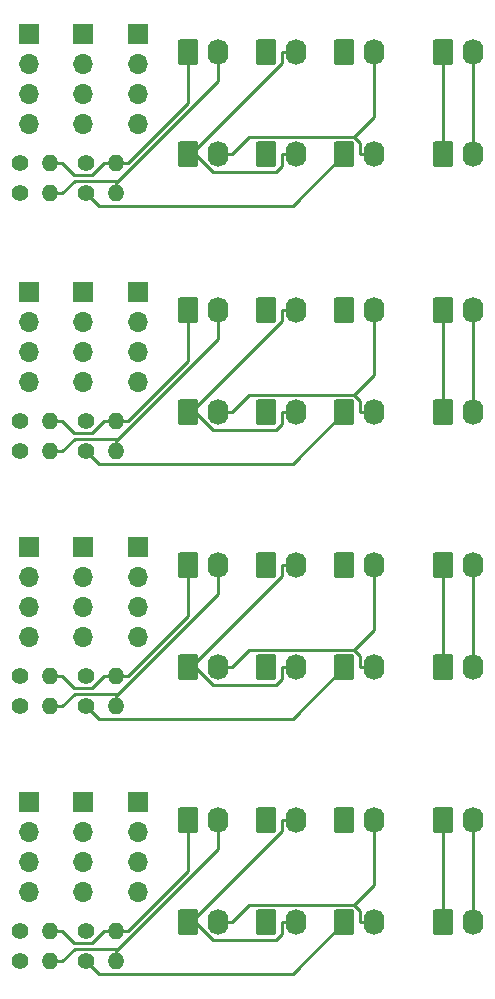
<source format=gbr>
G04 #@! TF.GenerationSoftware,KiCad,Pcbnew,(5.1.5-0-10_14)*
G04 #@! TF.CreationDate,2020-06-22T11:16:21+10:00*
G04 #@! TF.ProjectId,VerySmallMulti,56657279-536d-4616-9c6c-4d756c74692e,rev?*
G04 #@! TF.SameCoordinates,Original*
G04 #@! TF.FileFunction,Copper,L2,Bot*
G04 #@! TF.FilePolarity,Positive*
%FSLAX46Y46*%
G04 Gerber Fmt 4.6, Leading zero omitted, Abs format (unit mm)*
G04 Created by KiCad (PCBNEW (5.1.5-0-10_14)) date 2020-06-22 11:16:21*
%MOMM*%
%LPD*%
G04 APERTURE LIST*
%ADD10C,1.400000*%
%ADD11O,1.400000X1.400000*%
%ADD12O,1.740000X2.200000*%
%ADD13C,0.100000*%
%ADD14O,1.700000X1.700000*%
%ADD15R,1.700000X1.700000*%
%ADD16C,0.250000*%
G04 APERTURE END LIST*
D10*
X117094000Y-87884000D03*
D11*
X119634000Y-87884000D03*
D10*
X117094000Y-85344000D03*
D11*
X119634000Y-85344000D03*
D10*
X111506000Y-87884000D03*
D11*
X114046000Y-87884000D03*
D10*
X111506000Y-85344000D03*
D11*
X114046000Y-85344000D03*
D12*
X141478000Y-84582000D03*
G04 #@! TA.AperFunction,ComponentPad*
D13*
G36*
X139582505Y-83483204D02*
G01*
X139606773Y-83486804D01*
X139630572Y-83492765D01*
X139653671Y-83501030D01*
X139675850Y-83511520D01*
X139696893Y-83524132D01*
X139716599Y-83538747D01*
X139734777Y-83555223D01*
X139751253Y-83573401D01*
X139765868Y-83593107D01*
X139778480Y-83614150D01*
X139788970Y-83636329D01*
X139797235Y-83659428D01*
X139803196Y-83683227D01*
X139806796Y-83707495D01*
X139808000Y-83731999D01*
X139808000Y-85432001D01*
X139806796Y-85456505D01*
X139803196Y-85480773D01*
X139797235Y-85504572D01*
X139788970Y-85527671D01*
X139778480Y-85549850D01*
X139765868Y-85570893D01*
X139751253Y-85590599D01*
X139734777Y-85608777D01*
X139716599Y-85625253D01*
X139696893Y-85639868D01*
X139675850Y-85652480D01*
X139653671Y-85662970D01*
X139630572Y-85671235D01*
X139606773Y-85677196D01*
X139582505Y-85680796D01*
X139558001Y-85682000D01*
X138317999Y-85682000D01*
X138293495Y-85680796D01*
X138269227Y-85677196D01*
X138245428Y-85671235D01*
X138222329Y-85662970D01*
X138200150Y-85652480D01*
X138179107Y-85639868D01*
X138159401Y-85625253D01*
X138141223Y-85608777D01*
X138124747Y-85590599D01*
X138110132Y-85570893D01*
X138097520Y-85549850D01*
X138087030Y-85527671D01*
X138078765Y-85504572D01*
X138072804Y-85480773D01*
X138069204Y-85456505D01*
X138068000Y-85432001D01*
X138068000Y-83731999D01*
X138069204Y-83707495D01*
X138072804Y-83683227D01*
X138078765Y-83659428D01*
X138087030Y-83636329D01*
X138097520Y-83614150D01*
X138110132Y-83593107D01*
X138124747Y-83573401D01*
X138141223Y-83555223D01*
X138159401Y-83538747D01*
X138179107Y-83524132D01*
X138200150Y-83511520D01*
X138222329Y-83501030D01*
X138245428Y-83492765D01*
X138269227Y-83486804D01*
X138293495Y-83483204D01*
X138317999Y-83482000D01*
X139558001Y-83482000D01*
X139582505Y-83483204D01*
G37*
G04 #@! TD.AperFunction*
D12*
X141478000Y-75946000D03*
G04 #@! TA.AperFunction,ComponentPad*
D13*
G36*
X139582505Y-74847204D02*
G01*
X139606773Y-74850804D01*
X139630572Y-74856765D01*
X139653671Y-74865030D01*
X139675850Y-74875520D01*
X139696893Y-74888132D01*
X139716599Y-74902747D01*
X139734777Y-74919223D01*
X139751253Y-74937401D01*
X139765868Y-74957107D01*
X139778480Y-74978150D01*
X139788970Y-75000329D01*
X139797235Y-75023428D01*
X139803196Y-75047227D01*
X139806796Y-75071495D01*
X139808000Y-75095999D01*
X139808000Y-76796001D01*
X139806796Y-76820505D01*
X139803196Y-76844773D01*
X139797235Y-76868572D01*
X139788970Y-76891671D01*
X139778480Y-76913850D01*
X139765868Y-76934893D01*
X139751253Y-76954599D01*
X139734777Y-76972777D01*
X139716599Y-76989253D01*
X139696893Y-77003868D01*
X139675850Y-77016480D01*
X139653671Y-77026970D01*
X139630572Y-77035235D01*
X139606773Y-77041196D01*
X139582505Y-77044796D01*
X139558001Y-77046000D01*
X138317999Y-77046000D01*
X138293495Y-77044796D01*
X138269227Y-77041196D01*
X138245428Y-77035235D01*
X138222329Y-77026970D01*
X138200150Y-77016480D01*
X138179107Y-77003868D01*
X138159401Y-76989253D01*
X138141223Y-76972777D01*
X138124747Y-76954599D01*
X138110132Y-76934893D01*
X138097520Y-76913850D01*
X138087030Y-76891671D01*
X138078765Y-76868572D01*
X138072804Y-76844773D01*
X138069204Y-76820505D01*
X138068000Y-76796001D01*
X138068000Y-75095999D01*
X138069204Y-75071495D01*
X138072804Y-75047227D01*
X138078765Y-75023428D01*
X138087030Y-75000329D01*
X138097520Y-74978150D01*
X138110132Y-74957107D01*
X138124747Y-74937401D01*
X138141223Y-74919223D01*
X138159401Y-74902747D01*
X138179107Y-74888132D01*
X138200150Y-74875520D01*
X138222329Y-74865030D01*
X138245428Y-74856765D01*
X138269227Y-74850804D01*
X138293495Y-74847204D01*
X138317999Y-74846000D01*
X139558001Y-74846000D01*
X139582505Y-74847204D01*
G37*
G04 #@! TD.AperFunction*
D12*
X134874000Y-84582000D03*
G04 #@! TA.AperFunction,ComponentPad*
D13*
G36*
X132978505Y-83483204D02*
G01*
X133002773Y-83486804D01*
X133026572Y-83492765D01*
X133049671Y-83501030D01*
X133071850Y-83511520D01*
X133092893Y-83524132D01*
X133112599Y-83538747D01*
X133130777Y-83555223D01*
X133147253Y-83573401D01*
X133161868Y-83593107D01*
X133174480Y-83614150D01*
X133184970Y-83636329D01*
X133193235Y-83659428D01*
X133199196Y-83683227D01*
X133202796Y-83707495D01*
X133204000Y-83731999D01*
X133204000Y-85432001D01*
X133202796Y-85456505D01*
X133199196Y-85480773D01*
X133193235Y-85504572D01*
X133184970Y-85527671D01*
X133174480Y-85549850D01*
X133161868Y-85570893D01*
X133147253Y-85590599D01*
X133130777Y-85608777D01*
X133112599Y-85625253D01*
X133092893Y-85639868D01*
X133071850Y-85652480D01*
X133049671Y-85662970D01*
X133026572Y-85671235D01*
X133002773Y-85677196D01*
X132978505Y-85680796D01*
X132954001Y-85682000D01*
X131713999Y-85682000D01*
X131689495Y-85680796D01*
X131665227Y-85677196D01*
X131641428Y-85671235D01*
X131618329Y-85662970D01*
X131596150Y-85652480D01*
X131575107Y-85639868D01*
X131555401Y-85625253D01*
X131537223Y-85608777D01*
X131520747Y-85590599D01*
X131506132Y-85570893D01*
X131493520Y-85549850D01*
X131483030Y-85527671D01*
X131474765Y-85504572D01*
X131468804Y-85480773D01*
X131465204Y-85456505D01*
X131464000Y-85432001D01*
X131464000Y-83731999D01*
X131465204Y-83707495D01*
X131468804Y-83683227D01*
X131474765Y-83659428D01*
X131483030Y-83636329D01*
X131493520Y-83614150D01*
X131506132Y-83593107D01*
X131520747Y-83573401D01*
X131537223Y-83555223D01*
X131555401Y-83538747D01*
X131575107Y-83524132D01*
X131596150Y-83511520D01*
X131618329Y-83501030D01*
X131641428Y-83492765D01*
X131665227Y-83486804D01*
X131689495Y-83483204D01*
X131713999Y-83482000D01*
X132954001Y-83482000D01*
X132978505Y-83483204D01*
G37*
G04 #@! TD.AperFunction*
D12*
X134874000Y-75946000D03*
G04 #@! TA.AperFunction,ComponentPad*
D13*
G36*
X132978505Y-74847204D02*
G01*
X133002773Y-74850804D01*
X133026572Y-74856765D01*
X133049671Y-74865030D01*
X133071850Y-74875520D01*
X133092893Y-74888132D01*
X133112599Y-74902747D01*
X133130777Y-74919223D01*
X133147253Y-74937401D01*
X133161868Y-74957107D01*
X133174480Y-74978150D01*
X133184970Y-75000329D01*
X133193235Y-75023428D01*
X133199196Y-75047227D01*
X133202796Y-75071495D01*
X133204000Y-75095999D01*
X133204000Y-76796001D01*
X133202796Y-76820505D01*
X133199196Y-76844773D01*
X133193235Y-76868572D01*
X133184970Y-76891671D01*
X133174480Y-76913850D01*
X133161868Y-76934893D01*
X133147253Y-76954599D01*
X133130777Y-76972777D01*
X133112599Y-76989253D01*
X133092893Y-77003868D01*
X133071850Y-77016480D01*
X133049671Y-77026970D01*
X133026572Y-77035235D01*
X133002773Y-77041196D01*
X132978505Y-77044796D01*
X132954001Y-77046000D01*
X131713999Y-77046000D01*
X131689495Y-77044796D01*
X131665227Y-77041196D01*
X131641428Y-77035235D01*
X131618329Y-77026970D01*
X131596150Y-77016480D01*
X131575107Y-77003868D01*
X131555401Y-76989253D01*
X131537223Y-76972777D01*
X131520747Y-76954599D01*
X131506132Y-76934893D01*
X131493520Y-76913850D01*
X131483030Y-76891671D01*
X131474765Y-76868572D01*
X131468804Y-76844773D01*
X131465204Y-76820505D01*
X131464000Y-76796001D01*
X131464000Y-75095999D01*
X131465204Y-75071495D01*
X131468804Y-75047227D01*
X131474765Y-75023428D01*
X131483030Y-75000329D01*
X131493520Y-74978150D01*
X131506132Y-74957107D01*
X131520747Y-74937401D01*
X131537223Y-74919223D01*
X131555401Y-74902747D01*
X131575107Y-74888132D01*
X131596150Y-74875520D01*
X131618329Y-74865030D01*
X131641428Y-74856765D01*
X131665227Y-74850804D01*
X131689495Y-74847204D01*
X131713999Y-74846000D01*
X132954001Y-74846000D01*
X132978505Y-74847204D01*
G37*
G04 #@! TD.AperFunction*
D14*
X121456000Y-82026000D03*
X121456000Y-79486000D03*
X121456000Y-76946000D03*
D15*
X121456000Y-74406000D03*
D14*
X116856000Y-82026000D03*
X116856000Y-79486000D03*
X116856000Y-76946000D03*
D15*
X116856000Y-74406000D03*
D14*
X112256000Y-82026000D03*
X112256000Y-79486000D03*
X112256000Y-76946000D03*
D15*
X112256000Y-74406000D03*
D12*
X128270000Y-84582000D03*
G04 #@! TA.AperFunction,ComponentPad*
D13*
G36*
X126374505Y-83483204D02*
G01*
X126398773Y-83486804D01*
X126422572Y-83492765D01*
X126445671Y-83501030D01*
X126467850Y-83511520D01*
X126488893Y-83524132D01*
X126508599Y-83538747D01*
X126526777Y-83555223D01*
X126543253Y-83573401D01*
X126557868Y-83593107D01*
X126570480Y-83614150D01*
X126580970Y-83636329D01*
X126589235Y-83659428D01*
X126595196Y-83683227D01*
X126598796Y-83707495D01*
X126600000Y-83731999D01*
X126600000Y-85432001D01*
X126598796Y-85456505D01*
X126595196Y-85480773D01*
X126589235Y-85504572D01*
X126580970Y-85527671D01*
X126570480Y-85549850D01*
X126557868Y-85570893D01*
X126543253Y-85590599D01*
X126526777Y-85608777D01*
X126508599Y-85625253D01*
X126488893Y-85639868D01*
X126467850Y-85652480D01*
X126445671Y-85662970D01*
X126422572Y-85671235D01*
X126398773Y-85677196D01*
X126374505Y-85680796D01*
X126350001Y-85682000D01*
X125109999Y-85682000D01*
X125085495Y-85680796D01*
X125061227Y-85677196D01*
X125037428Y-85671235D01*
X125014329Y-85662970D01*
X124992150Y-85652480D01*
X124971107Y-85639868D01*
X124951401Y-85625253D01*
X124933223Y-85608777D01*
X124916747Y-85590599D01*
X124902132Y-85570893D01*
X124889520Y-85549850D01*
X124879030Y-85527671D01*
X124870765Y-85504572D01*
X124864804Y-85480773D01*
X124861204Y-85456505D01*
X124860000Y-85432001D01*
X124860000Y-83731999D01*
X124861204Y-83707495D01*
X124864804Y-83683227D01*
X124870765Y-83659428D01*
X124879030Y-83636329D01*
X124889520Y-83614150D01*
X124902132Y-83593107D01*
X124916747Y-83573401D01*
X124933223Y-83555223D01*
X124951401Y-83538747D01*
X124971107Y-83524132D01*
X124992150Y-83511520D01*
X125014329Y-83501030D01*
X125037428Y-83492765D01*
X125061227Y-83486804D01*
X125085495Y-83483204D01*
X125109999Y-83482000D01*
X126350001Y-83482000D01*
X126374505Y-83483204D01*
G37*
G04 #@! TD.AperFunction*
D12*
X149860000Y-75946000D03*
G04 #@! TA.AperFunction,ComponentPad*
D13*
G36*
X147964505Y-74847204D02*
G01*
X147988773Y-74850804D01*
X148012572Y-74856765D01*
X148035671Y-74865030D01*
X148057850Y-74875520D01*
X148078893Y-74888132D01*
X148098599Y-74902747D01*
X148116777Y-74919223D01*
X148133253Y-74937401D01*
X148147868Y-74957107D01*
X148160480Y-74978150D01*
X148170970Y-75000329D01*
X148179235Y-75023428D01*
X148185196Y-75047227D01*
X148188796Y-75071495D01*
X148190000Y-75095999D01*
X148190000Y-76796001D01*
X148188796Y-76820505D01*
X148185196Y-76844773D01*
X148179235Y-76868572D01*
X148170970Y-76891671D01*
X148160480Y-76913850D01*
X148147868Y-76934893D01*
X148133253Y-76954599D01*
X148116777Y-76972777D01*
X148098599Y-76989253D01*
X148078893Y-77003868D01*
X148057850Y-77016480D01*
X148035671Y-77026970D01*
X148012572Y-77035235D01*
X147988773Y-77041196D01*
X147964505Y-77044796D01*
X147940001Y-77046000D01*
X146699999Y-77046000D01*
X146675495Y-77044796D01*
X146651227Y-77041196D01*
X146627428Y-77035235D01*
X146604329Y-77026970D01*
X146582150Y-77016480D01*
X146561107Y-77003868D01*
X146541401Y-76989253D01*
X146523223Y-76972777D01*
X146506747Y-76954599D01*
X146492132Y-76934893D01*
X146479520Y-76913850D01*
X146469030Y-76891671D01*
X146460765Y-76868572D01*
X146454804Y-76844773D01*
X146451204Y-76820505D01*
X146450000Y-76796001D01*
X146450000Y-75095999D01*
X146451204Y-75071495D01*
X146454804Y-75047227D01*
X146460765Y-75023428D01*
X146469030Y-75000329D01*
X146479520Y-74978150D01*
X146492132Y-74957107D01*
X146506747Y-74937401D01*
X146523223Y-74919223D01*
X146541401Y-74902747D01*
X146561107Y-74888132D01*
X146582150Y-74875520D01*
X146604329Y-74865030D01*
X146627428Y-74856765D01*
X146651227Y-74850804D01*
X146675495Y-74847204D01*
X146699999Y-74846000D01*
X147940001Y-74846000D01*
X147964505Y-74847204D01*
G37*
G04 #@! TD.AperFunction*
D12*
X128270000Y-75946000D03*
G04 #@! TA.AperFunction,ComponentPad*
D13*
G36*
X126374505Y-74847204D02*
G01*
X126398773Y-74850804D01*
X126422572Y-74856765D01*
X126445671Y-74865030D01*
X126467850Y-74875520D01*
X126488893Y-74888132D01*
X126508599Y-74902747D01*
X126526777Y-74919223D01*
X126543253Y-74937401D01*
X126557868Y-74957107D01*
X126570480Y-74978150D01*
X126580970Y-75000329D01*
X126589235Y-75023428D01*
X126595196Y-75047227D01*
X126598796Y-75071495D01*
X126600000Y-75095999D01*
X126600000Y-76796001D01*
X126598796Y-76820505D01*
X126595196Y-76844773D01*
X126589235Y-76868572D01*
X126580970Y-76891671D01*
X126570480Y-76913850D01*
X126557868Y-76934893D01*
X126543253Y-76954599D01*
X126526777Y-76972777D01*
X126508599Y-76989253D01*
X126488893Y-77003868D01*
X126467850Y-77016480D01*
X126445671Y-77026970D01*
X126422572Y-77035235D01*
X126398773Y-77041196D01*
X126374505Y-77044796D01*
X126350001Y-77046000D01*
X125109999Y-77046000D01*
X125085495Y-77044796D01*
X125061227Y-77041196D01*
X125037428Y-77035235D01*
X125014329Y-77026970D01*
X124992150Y-77016480D01*
X124971107Y-77003868D01*
X124951401Y-76989253D01*
X124933223Y-76972777D01*
X124916747Y-76954599D01*
X124902132Y-76934893D01*
X124889520Y-76913850D01*
X124879030Y-76891671D01*
X124870765Y-76868572D01*
X124864804Y-76844773D01*
X124861204Y-76820505D01*
X124860000Y-76796001D01*
X124860000Y-75095999D01*
X124861204Y-75071495D01*
X124864804Y-75047227D01*
X124870765Y-75023428D01*
X124879030Y-75000329D01*
X124889520Y-74978150D01*
X124902132Y-74957107D01*
X124916747Y-74937401D01*
X124933223Y-74919223D01*
X124951401Y-74902747D01*
X124971107Y-74888132D01*
X124992150Y-74875520D01*
X125014329Y-74865030D01*
X125037428Y-74856765D01*
X125061227Y-74850804D01*
X125085495Y-74847204D01*
X125109999Y-74846000D01*
X126350001Y-74846000D01*
X126374505Y-74847204D01*
G37*
G04 #@! TD.AperFunction*
D12*
X149860000Y-84582000D03*
G04 #@! TA.AperFunction,ComponentPad*
D13*
G36*
X147964505Y-83483204D02*
G01*
X147988773Y-83486804D01*
X148012572Y-83492765D01*
X148035671Y-83501030D01*
X148057850Y-83511520D01*
X148078893Y-83524132D01*
X148098599Y-83538747D01*
X148116777Y-83555223D01*
X148133253Y-83573401D01*
X148147868Y-83593107D01*
X148160480Y-83614150D01*
X148170970Y-83636329D01*
X148179235Y-83659428D01*
X148185196Y-83683227D01*
X148188796Y-83707495D01*
X148190000Y-83731999D01*
X148190000Y-85432001D01*
X148188796Y-85456505D01*
X148185196Y-85480773D01*
X148179235Y-85504572D01*
X148170970Y-85527671D01*
X148160480Y-85549850D01*
X148147868Y-85570893D01*
X148133253Y-85590599D01*
X148116777Y-85608777D01*
X148098599Y-85625253D01*
X148078893Y-85639868D01*
X148057850Y-85652480D01*
X148035671Y-85662970D01*
X148012572Y-85671235D01*
X147988773Y-85677196D01*
X147964505Y-85680796D01*
X147940001Y-85682000D01*
X146699999Y-85682000D01*
X146675495Y-85680796D01*
X146651227Y-85677196D01*
X146627428Y-85671235D01*
X146604329Y-85662970D01*
X146582150Y-85652480D01*
X146561107Y-85639868D01*
X146541401Y-85625253D01*
X146523223Y-85608777D01*
X146506747Y-85590599D01*
X146492132Y-85570893D01*
X146479520Y-85549850D01*
X146469030Y-85527671D01*
X146460765Y-85504572D01*
X146454804Y-85480773D01*
X146451204Y-85456505D01*
X146450000Y-85432001D01*
X146450000Y-83731999D01*
X146451204Y-83707495D01*
X146454804Y-83683227D01*
X146460765Y-83659428D01*
X146469030Y-83636329D01*
X146479520Y-83614150D01*
X146492132Y-83593107D01*
X146506747Y-83573401D01*
X146523223Y-83555223D01*
X146541401Y-83538747D01*
X146561107Y-83524132D01*
X146582150Y-83511520D01*
X146604329Y-83501030D01*
X146627428Y-83492765D01*
X146651227Y-83486804D01*
X146675495Y-83483204D01*
X146699999Y-83482000D01*
X147940001Y-83482000D01*
X147964505Y-83483204D01*
G37*
G04 #@! TD.AperFunction*
D10*
X117094000Y-109728000D03*
D11*
X119634000Y-109728000D03*
D10*
X117094000Y-107188000D03*
D11*
X119634000Y-107188000D03*
D10*
X111506000Y-109728000D03*
D11*
X114046000Y-109728000D03*
D10*
X111506000Y-107188000D03*
D11*
X114046000Y-107188000D03*
D12*
X141478000Y-106426000D03*
G04 #@! TA.AperFunction,ComponentPad*
D13*
G36*
X139582505Y-105327204D02*
G01*
X139606773Y-105330804D01*
X139630572Y-105336765D01*
X139653671Y-105345030D01*
X139675850Y-105355520D01*
X139696893Y-105368132D01*
X139716599Y-105382747D01*
X139734777Y-105399223D01*
X139751253Y-105417401D01*
X139765868Y-105437107D01*
X139778480Y-105458150D01*
X139788970Y-105480329D01*
X139797235Y-105503428D01*
X139803196Y-105527227D01*
X139806796Y-105551495D01*
X139808000Y-105575999D01*
X139808000Y-107276001D01*
X139806796Y-107300505D01*
X139803196Y-107324773D01*
X139797235Y-107348572D01*
X139788970Y-107371671D01*
X139778480Y-107393850D01*
X139765868Y-107414893D01*
X139751253Y-107434599D01*
X139734777Y-107452777D01*
X139716599Y-107469253D01*
X139696893Y-107483868D01*
X139675850Y-107496480D01*
X139653671Y-107506970D01*
X139630572Y-107515235D01*
X139606773Y-107521196D01*
X139582505Y-107524796D01*
X139558001Y-107526000D01*
X138317999Y-107526000D01*
X138293495Y-107524796D01*
X138269227Y-107521196D01*
X138245428Y-107515235D01*
X138222329Y-107506970D01*
X138200150Y-107496480D01*
X138179107Y-107483868D01*
X138159401Y-107469253D01*
X138141223Y-107452777D01*
X138124747Y-107434599D01*
X138110132Y-107414893D01*
X138097520Y-107393850D01*
X138087030Y-107371671D01*
X138078765Y-107348572D01*
X138072804Y-107324773D01*
X138069204Y-107300505D01*
X138068000Y-107276001D01*
X138068000Y-105575999D01*
X138069204Y-105551495D01*
X138072804Y-105527227D01*
X138078765Y-105503428D01*
X138087030Y-105480329D01*
X138097520Y-105458150D01*
X138110132Y-105437107D01*
X138124747Y-105417401D01*
X138141223Y-105399223D01*
X138159401Y-105382747D01*
X138179107Y-105368132D01*
X138200150Y-105355520D01*
X138222329Y-105345030D01*
X138245428Y-105336765D01*
X138269227Y-105330804D01*
X138293495Y-105327204D01*
X138317999Y-105326000D01*
X139558001Y-105326000D01*
X139582505Y-105327204D01*
G37*
G04 #@! TD.AperFunction*
D12*
X141478000Y-97790000D03*
G04 #@! TA.AperFunction,ComponentPad*
D13*
G36*
X139582505Y-96691204D02*
G01*
X139606773Y-96694804D01*
X139630572Y-96700765D01*
X139653671Y-96709030D01*
X139675850Y-96719520D01*
X139696893Y-96732132D01*
X139716599Y-96746747D01*
X139734777Y-96763223D01*
X139751253Y-96781401D01*
X139765868Y-96801107D01*
X139778480Y-96822150D01*
X139788970Y-96844329D01*
X139797235Y-96867428D01*
X139803196Y-96891227D01*
X139806796Y-96915495D01*
X139808000Y-96939999D01*
X139808000Y-98640001D01*
X139806796Y-98664505D01*
X139803196Y-98688773D01*
X139797235Y-98712572D01*
X139788970Y-98735671D01*
X139778480Y-98757850D01*
X139765868Y-98778893D01*
X139751253Y-98798599D01*
X139734777Y-98816777D01*
X139716599Y-98833253D01*
X139696893Y-98847868D01*
X139675850Y-98860480D01*
X139653671Y-98870970D01*
X139630572Y-98879235D01*
X139606773Y-98885196D01*
X139582505Y-98888796D01*
X139558001Y-98890000D01*
X138317999Y-98890000D01*
X138293495Y-98888796D01*
X138269227Y-98885196D01*
X138245428Y-98879235D01*
X138222329Y-98870970D01*
X138200150Y-98860480D01*
X138179107Y-98847868D01*
X138159401Y-98833253D01*
X138141223Y-98816777D01*
X138124747Y-98798599D01*
X138110132Y-98778893D01*
X138097520Y-98757850D01*
X138087030Y-98735671D01*
X138078765Y-98712572D01*
X138072804Y-98688773D01*
X138069204Y-98664505D01*
X138068000Y-98640001D01*
X138068000Y-96939999D01*
X138069204Y-96915495D01*
X138072804Y-96891227D01*
X138078765Y-96867428D01*
X138087030Y-96844329D01*
X138097520Y-96822150D01*
X138110132Y-96801107D01*
X138124747Y-96781401D01*
X138141223Y-96763223D01*
X138159401Y-96746747D01*
X138179107Y-96732132D01*
X138200150Y-96719520D01*
X138222329Y-96709030D01*
X138245428Y-96700765D01*
X138269227Y-96694804D01*
X138293495Y-96691204D01*
X138317999Y-96690000D01*
X139558001Y-96690000D01*
X139582505Y-96691204D01*
G37*
G04 #@! TD.AperFunction*
D12*
X134874000Y-106426000D03*
G04 #@! TA.AperFunction,ComponentPad*
D13*
G36*
X132978505Y-105327204D02*
G01*
X133002773Y-105330804D01*
X133026572Y-105336765D01*
X133049671Y-105345030D01*
X133071850Y-105355520D01*
X133092893Y-105368132D01*
X133112599Y-105382747D01*
X133130777Y-105399223D01*
X133147253Y-105417401D01*
X133161868Y-105437107D01*
X133174480Y-105458150D01*
X133184970Y-105480329D01*
X133193235Y-105503428D01*
X133199196Y-105527227D01*
X133202796Y-105551495D01*
X133204000Y-105575999D01*
X133204000Y-107276001D01*
X133202796Y-107300505D01*
X133199196Y-107324773D01*
X133193235Y-107348572D01*
X133184970Y-107371671D01*
X133174480Y-107393850D01*
X133161868Y-107414893D01*
X133147253Y-107434599D01*
X133130777Y-107452777D01*
X133112599Y-107469253D01*
X133092893Y-107483868D01*
X133071850Y-107496480D01*
X133049671Y-107506970D01*
X133026572Y-107515235D01*
X133002773Y-107521196D01*
X132978505Y-107524796D01*
X132954001Y-107526000D01*
X131713999Y-107526000D01*
X131689495Y-107524796D01*
X131665227Y-107521196D01*
X131641428Y-107515235D01*
X131618329Y-107506970D01*
X131596150Y-107496480D01*
X131575107Y-107483868D01*
X131555401Y-107469253D01*
X131537223Y-107452777D01*
X131520747Y-107434599D01*
X131506132Y-107414893D01*
X131493520Y-107393850D01*
X131483030Y-107371671D01*
X131474765Y-107348572D01*
X131468804Y-107324773D01*
X131465204Y-107300505D01*
X131464000Y-107276001D01*
X131464000Y-105575999D01*
X131465204Y-105551495D01*
X131468804Y-105527227D01*
X131474765Y-105503428D01*
X131483030Y-105480329D01*
X131493520Y-105458150D01*
X131506132Y-105437107D01*
X131520747Y-105417401D01*
X131537223Y-105399223D01*
X131555401Y-105382747D01*
X131575107Y-105368132D01*
X131596150Y-105355520D01*
X131618329Y-105345030D01*
X131641428Y-105336765D01*
X131665227Y-105330804D01*
X131689495Y-105327204D01*
X131713999Y-105326000D01*
X132954001Y-105326000D01*
X132978505Y-105327204D01*
G37*
G04 #@! TD.AperFunction*
D12*
X134874000Y-97790000D03*
G04 #@! TA.AperFunction,ComponentPad*
D13*
G36*
X132978505Y-96691204D02*
G01*
X133002773Y-96694804D01*
X133026572Y-96700765D01*
X133049671Y-96709030D01*
X133071850Y-96719520D01*
X133092893Y-96732132D01*
X133112599Y-96746747D01*
X133130777Y-96763223D01*
X133147253Y-96781401D01*
X133161868Y-96801107D01*
X133174480Y-96822150D01*
X133184970Y-96844329D01*
X133193235Y-96867428D01*
X133199196Y-96891227D01*
X133202796Y-96915495D01*
X133204000Y-96939999D01*
X133204000Y-98640001D01*
X133202796Y-98664505D01*
X133199196Y-98688773D01*
X133193235Y-98712572D01*
X133184970Y-98735671D01*
X133174480Y-98757850D01*
X133161868Y-98778893D01*
X133147253Y-98798599D01*
X133130777Y-98816777D01*
X133112599Y-98833253D01*
X133092893Y-98847868D01*
X133071850Y-98860480D01*
X133049671Y-98870970D01*
X133026572Y-98879235D01*
X133002773Y-98885196D01*
X132978505Y-98888796D01*
X132954001Y-98890000D01*
X131713999Y-98890000D01*
X131689495Y-98888796D01*
X131665227Y-98885196D01*
X131641428Y-98879235D01*
X131618329Y-98870970D01*
X131596150Y-98860480D01*
X131575107Y-98847868D01*
X131555401Y-98833253D01*
X131537223Y-98816777D01*
X131520747Y-98798599D01*
X131506132Y-98778893D01*
X131493520Y-98757850D01*
X131483030Y-98735671D01*
X131474765Y-98712572D01*
X131468804Y-98688773D01*
X131465204Y-98664505D01*
X131464000Y-98640001D01*
X131464000Y-96939999D01*
X131465204Y-96915495D01*
X131468804Y-96891227D01*
X131474765Y-96867428D01*
X131483030Y-96844329D01*
X131493520Y-96822150D01*
X131506132Y-96801107D01*
X131520747Y-96781401D01*
X131537223Y-96763223D01*
X131555401Y-96746747D01*
X131575107Y-96732132D01*
X131596150Y-96719520D01*
X131618329Y-96709030D01*
X131641428Y-96700765D01*
X131665227Y-96694804D01*
X131689495Y-96691204D01*
X131713999Y-96690000D01*
X132954001Y-96690000D01*
X132978505Y-96691204D01*
G37*
G04 #@! TD.AperFunction*
D14*
X121456000Y-103870000D03*
X121456000Y-101330000D03*
X121456000Y-98790000D03*
D15*
X121456000Y-96250000D03*
D14*
X116856000Y-103870000D03*
X116856000Y-101330000D03*
X116856000Y-98790000D03*
D15*
X116856000Y-96250000D03*
D14*
X112256000Y-103870000D03*
X112256000Y-101330000D03*
X112256000Y-98790000D03*
D15*
X112256000Y-96250000D03*
D12*
X128270000Y-106426000D03*
G04 #@! TA.AperFunction,ComponentPad*
D13*
G36*
X126374505Y-105327204D02*
G01*
X126398773Y-105330804D01*
X126422572Y-105336765D01*
X126445671Y-105345030D01*
X126467850Y-105355520D01*
X126488893Y-105368132D01*
X126508599Y-105382747D01*
X126526777Y-105399223D01*
X126543253Y-105417401D01*
X126557868Y-105437107D01*
X126570480Y-105458150D01*
X126580970Y-105480329D01*
X126589235Y-105503428D01*
X126595196Y-105527227D01*
X126598796Y-105551495D01*
X126600000Y-105575999D01*
X126600000Y-107276001D01*
X126598796Y-107300505D01*
X126595196Y-107324773D01*
X126589235Y-107348572D01*
X126580970Y-107371671D01*
X126570480Y-107393850D01*
X126557868Y-107414893D01*
X126543253Y-107434599D01*
X126526777Y-107452777D01*
X126508599Y-107469253D01*
X126488893Y-107483868D01*
X126467850Y-107496480D01*
X126445671Y-107506970D01*
X126422572Y-107515235D01*
X126398773Y-107521196D01*
X126374505Y-107524796D01*
X126350001Y-107526000D01*
X125109999Y-107526000D01*
X125085495Y-107524796D01*
X125061227Y-107521196D01*
X125037428Y-107515235D01*
X125014329Y-107506970D01*
X124992150Y-107496480D01*
X124971107Y-107483868D01*
X124951401Y-107469253D01*
X124933223Y-107452777D01*
X124916747Y-107434599D01*
X124902132Y-107414893D01*
X124889520Y-107393850D01*
X124879030Y-107371671D01*
X124870765Y-107348572D01*
X124864804Y-107324773D01*
X124861204Y-107300505D01*
X124860000Y-107276001D01*
X124860000Y-105575999D01*
X124861204Y-105551495D01*
X124864804Y-105527227D01*
X124870765Y-105503428D01*
X124879030Y-105480329D01*
X124889520Y-105458150D01*
X124902132Y-105437107D01*
X124916747Y-105417401D01*
X124933223Y-105399223D01*
X124951401Y-105382747D01*
X124971107Y-105368132D01*
X124992150Y-105355520D01*
X125014329Y-105345030D01*
X125037428Y-105336765D01*
X125061227Y-105330804D01*
X125085495Y-105327204D01*
X125109999Y-105326000D01*
X126350001Y-105326000D01*
X126374505Y-105327204D01*
G37*
G04 #@! TD.AperFunction*
D12*
X149860000Y-97790000D03*
G04 #@! TA.AperFunction,ComponentPad*
D13*
G36*
X147964505Y-96691204D02*
G01*
X147988773Y-96694804D01*
X148012572Y-96700765D01*
X148035671Y-96709030D01*
X148057850Y-96719520D01*
X148078893Y-96732132D01*
X148098599Y-96746747D01*
X148116777Y-96763223D01*
X148133253Y-96781401D01*
X148147868Y-96801107D01*
X148160480Y-96822150D01*
X148170970Y-96844329D01*
X148179235Y-96867428D01*
X148185196Y-96891227D01*
X148188796Y-96915495D01*
X148190000Y-96939999D01*
X148190000Y-98640001D01*
X148188796Y-98664505D01*
X148185196Y-98688773D01*
X148179235Y-98712572D01*
X148170970Y-98735671D01*
X148160480Y-98757850D01*
X148147868Y-98778893D01*
X148133253Y-98798599D01*
X148116777Y-98816777D01*
X148098599Y-98833253D01*
X148078893Y-98847868D01*
X148057850Y-98860480D01*
X148035671Y-98870970D01*
X148012572Y-98879235D01*
X147988773Y-98885196D01*
X147964505Y-98888796D01*
X147940001Y-98890000D01*
X146699999Y-98890000D01*
X146675495Y-98888796D01*
X146651227Y-98885196D01*
X146627428Y-98879235D01*
X146604329Y-98870970D01*
X146582150Y-98860480D01*
X146561107Y-98847868D01*
X146541401Y-98833253D01*
X146523223Y-98816777D01*
X146506747Y-98798599D01*
X146492132Y-98778893D01*
X146479520Y-98757850D01*
X146469030Y-98735671D01*
X146460765Y-98712572D01*
X146454804Y-98688773D01*
X146451204Y-98664505D01*
X146450000Y-98640001D01*
X146450000Y-96939999D01*
X146451204Y-96915495D01*
X146454804Y-96891227D01*
X146460765Y-96867428D01*
X146469030Y-96844329D01*
X146479520Y-96822150D01*
X146492132Y-96801107D01*
X146506747Y-96781401D01*
X146523223Y-96763223D01*
X146541401Y-96746747D01*
X146561107Y-96732132D01*
X146582150Y-96719520D01*
X146604329Y-96709030D01*
X146627428Y-96700765D01*
X146651227Y-96694804D01*
X146675495Y-96691204D01*
X146699999Y-96690000D01*
X147940001Y-96690000D01*
X147964505Y-96691204D01*
G37*
G04 #@! TD.AperFunction*
D12*
X128270000Y-97790000D03*
G04 #@! TA.AperFunction,ComponentPad*
D13*
G36*
X126374505Y-96691204D02*
G01*
X126398773Y-96694804D01*
X126422572Y-96700765D01*
X126445671Y-96709030D01*
X126467850Y-96719520D01*
X126488893Y-96732132D01*
X126508599Y-96746747D01*
X126526777Y-96763223D01*
X126543253Y-96781401D01*
X126557868Y-96801107D01*
X126570480Y-96822150D01*
X126580970Y-96844329D01*
X126589235Y-96867428D01*
X126595196Y-96891227D01*
X126598796Y-96915495D01*
X126600000Y-96939999D01*
X126600000Y-98640001D01*
X126598796Y-98664505D01*
X126595196Y-98688773D01*
X126589235Y-98712572D01*
X126580970Y-98735671D01*
X126570480Y-98757850D01*
X126557868Y-98778893D01*
X126543253Y-98798599D01*
X126526777Y-98816777D01*
X126508599Y-98833253D01*
X126488893Y-98847868D01*
X126467850Y-98860480D01*
X126445671Y-98870970D01*
X126422572Y-98879235D01*
X126398773Y-98885196D01*
X126374505Y-98888796D01*
X126350001Y-98890000D01*
X125109999Y-98890000D01*
X125085495Y-98888796D01*
X125061227Y-98885196D01*
X125037428Y-98879235D01*
X125014329Y-98870970D01*
X124992150Y-98860480D01*
X124971107Y-98847868D01*
X124951401Y-98833253D01*
X124933223Y-98816777D01*
X124916747Y-98798599D01*
X124902132Y-98778893D01*
X124889520Y-98757850D01*
X124879030Y-98735671D01*
X124870765Y-98712572D01*
X124864804Y-98688773D01*
X124861204Y-98664505D01*
X124860000Y-98640001D01*
X124860000Y-96939999D01*
X124861204Y-96915495D01*
X124864804Y-96891227D01*
X124870765Y-96867428D01*
X124879030Y-96844329D01*
X124889520Y-96822150D01*
X124902132Y-96801107D01*
X124916747Y-96781401D01*
X124933223Y-96763223D01*
X124951401Y-96746747D01*
X124971107Y-96732132D01*
X124992150Y-96719520D01*
X125014329Y-96709030D01*
X125037428Y-96700765D01*
X125061227Y-96694804D01*
X125085495Y-96691204D01*
X125109999Y-96690000D01*
X126350001Y-96690000D01*
X126374505Y-96691204D01*
G37*
G04 #@! TD.AperFunction*
D12*
X149860000Y-106426000D03*
G04 #@! TA.AperFunction,ComponentPad*
D13*
G36*
X147964505Y-105327204D02*
G01*
X147988773Y-105330804D01*
X148012572Y-105336765D01*
X148035671Y-105345030D01*
X148057850Y-105355520D01*
X148078893Y-105368132D01*
X148098599Y-105382747D01*
X148116777Y-105399223D01*
X148133253Y-105417401D01*
X148147868Y-105437107D01*
X148160480Y-105458150D01*
X148170970Y-105480329D01*
X148179235Y-105503428D01*
X148185196Y-105527227D01*
X148188796Y-105551495D01*
X148190000Y-105575999D01*
X148190000Y-107276001D01*
X148188796Y-107300505D01*
X148185196Y-107324773D01*
X148179235Y-107348572D01*
X148170970Y-107371671D01*
X148160480Y-107393850D01*
X148147868Y-107414893D01*
X148133253Y-107434599D01*
X148116777Y-107452777D01*
X148098599Y-107469253D01*
X148078893Y-107483868D01*
X148057850Y-107496480D01*
X148035671Y-107506970D01*
X148012572Y-107515235D01*
X147988773Y-107521196D01*
X147964505Y-107524796D01*
X147940001Y-107526000D01*
X146699999Y-107526000D01*
X146675495Y-107524796D01*
X146651227Y-107521196D01*
X146627428Y-107515235D01*
X146604329Y-107506970D01*
X146582150Y-107496480D01*
X146561107Y-107483868D01*
X146541401Y-107469253D01*
X146523223Y-107452777D01*
X146506747Y-107434599D01*
X146492132Y-107414893D01*
X146479520Y-107393850D01*
X146469030Y-107371671D01*
X146460765Y-107348572D01*
X146454804Y-107324773D01*
X146451204Y-107300505D01*
X146450000Y-107276001D01*
X146450000Y-105575999D01*
X146451204Y-105551495D01*
X146454804Y-105527227D01*
X146460765Y-105503428D01*
X146469030Y-105480329D01*
X146479520Y-105458150D01*
X146492132Y-105437107D01*
X146506747Y-105417401D01*
X146523223Y-105399223D01*
X146541401Y-105382747D01*
X146561107Y-105368132D01*
X146582150Y-105355520D01*
X146604329Y-105345030D01*
X146627428Y-105336765D01*
X146651227Y-105330804D01*
X146675495Y-105327204D01*
X146699999Y-105326000D01*
X147940001Y-105326000D01*
X147964505Y-105327204D01*
G37*
G04 #@! TD.AperFunction*
D10*
X117094000Y-131318000D03*
D11*
X119634000Y-131318000D03*
D10*
X117094000Y-128778000D03*
D11*
X119634000Y-128778000D03*
D10*
X111506000Y-131318000D03*
D11*
X114046000Y-131318000D03*
D10*
X111506000Y-128778000D03*
D11*
X114046000Y-128778000D03*
D12*
X141478000Y-128016000D03*
G04 #@! TA.AperFunction,ComponentPad*
D13*
G36*
X139582505Y-126917204D02*
G01*
X139606773Y-126920804D01*
X139630572Y-126926765D01*
X139653671Y-126935030D01*
X139675850Y-126945520D01*
X139696893Y-126958132D01*
X139716599Y-126972747D01*
X139734777Y-126989223D01*
X139751253Y-127007401D01*
X139765868Y-127027107D01*
X139778480Y-127048150D01*
X139788970Y-127070329D01*
X139797235Y-127093428D01*
X139803196Y-127117227D01*
X139806796Y-127141495D01*
X139808000Y-127165999D01*
X139808000Y-128866001D01*
X139806796Y-128890505D01*
X139803196Y-128914773D01*
X139797235Y-128938572D01*
X139788970Y-128961671D01*
X139778480Y-128983850D01*
X139765868Y-129004893D01*
X139751253Y-129024599D01*
X139734777Y-129042777D01*
X139716599Y-129059253D01*
X139696893Y-129073868D01*
X139675850Y-129086480D01*
X139653671Y-129096970D01*
X139630572Y-129105235D01*
X139606773Y-129111196D01*
X139582505Y-129114796D01*
X139558001Y-129116000D01*
X138317999Y-129116000D01*
X138293495Y-129114796D01*
X138269227Y-129111196D01*
X138245428Y-129105235D01*
X138222329Y-129096970D01*
X138200150Y-129086480D01*
X138179107Y-129073868D01*
X138159401Y-129059253D01*
X138141223Y-129042777D01*
X138124747Y-129024599D01*
X138110132Y-129004893D01*
X138097520Y-128983850D01*
X138087030Y-128961671D01*
X138078765Y-128938572D01*
X138072804Y-128914773D01*
X138069204Y-128890505D01*
X138068000Y-128866001D01*
X138068000Y-127165999D01*
X138069204Y-127141495D01*
X138072804Y-127117227D01*
X138078765Y-127093428D01*
X138087030Y-127070329D01*
X138097520Y-127048150D01*
X138110132Y-127027107D01*
X138124747Y-127007401D01*
X138141223Y-126989223D01*
X138159401Y-126972747D01*
X138179107Y-126958132D01*
X138200150Y-126945520D01*
X138222329Y-126935030D01*
X138245428Y-126926765D01*
X138269227Y-126920804D01*
X138293495Y-126917204D01*
X138317999Y-126916000D01*
X139558001Y-126916000D01*
X139582505Y-126917204D01*
G37*
G04 #@! TD.AperFunction*
D12*
X141478000Y-119380000D03*
G04 #@! TA.AperFunction,ComponentPad*
D13*
G36*
X139582505Y-118281204D02*
G01*
X139606773Y-118284804D01*
X139630572Y-118290765D01*
X139653671Y-118299030D01*
X139675850Y-118309520D01*
X139696893Y-118322132D01*
X139716599Y-118336747D01*
X139734777Y-118353223D01*
X139751253Y-118371401D01*
X139765868Y-118391107D01*
X139778480Y-118412150D01*
X139788970Y-118434329D01*
X139797235Y-118457428D01*
X139803196Y-118481227D01*
X139806796Y-118505495D01*
X139808000Y-118529999D01*
X139808000Y-120230001D01*
X139806796Y-120254505D01*
X139803196Y-120278773D01*
X139797235Y-120302572D01*
X139788970Y-120325671D01*
X139778480Y-120347850D01*
X139765868Y-120368893D01*
X139751253Y-120388599D01*
X139734777Y-120406777D01*
X139716599Y-120423253D01*
X139696893Y-120437868D01*
X139675850Y-120450480D01*
X139653671Y-120460970D01*
X139630572Y-120469235D01*
X139606773Y-120475196D01*
X139582505Y-120478796D01*
X139558001Y-120480000D01*
X138317999Y-120480000D01*
X138293495Y-120478796D01*
X138269227Y-120475196D01*
X138245428Y-120469235D01*
X138222329Y-120460970D01*
X138200150Y-120450480D01*
X138179107Y-120437868D01*
X138159401Y-120423253D01*
X138141223Y-120406777D01*
X138124747Y-120388599D01*
X138110132Y-120368893D01*
X138097520Y-120347850D01*
X138087030Y-120325671D01*
X138078765Y-120302572D01*
X138072804Y-120278773D01*
X138069204Y-120254505D01*
X138068000Y-120230001D01*
X138068000Y-118529999D01*
X138069204Y-118505495D01*
X138072804Y-118481227D01*
X138078765Y-118457428D01*
X138087030Y-118434329D01*
X138097520Y-118412150D01*
X138110132Y-118391107D01*
X138124747Y-118371401D01*
X138141223Y-118353223D01*
X138159401Y-118336747D01*
X138179107Y-118322132D01*
X138200150Y-118309520D01*
X138222329Y-118299030D01*
X138245428Y-118290765D01*
X138269227Y-118284804D01*
X138293495Y-118281204D01*
X138317999Y-118280000D01*
X139558001Y-118280000D01*
X139582505Y-118281204D01*
G37*
G04 #@! TD.AperFunction*
D12*
X134874000Y-128016000D03*
G04 #@! TA.AperFunction,ComponentPad*
D13*
G36*
X132978505Y-126917204D02*
G01*
X133002773Y-126920804D01*
X133026572Y-126926765D01*
X133049671Y-126935030D01*
X133071850Y-126945520D01*
X133092893Y-126958132D01*
X133112599Y-126972747D01*
X133130777Y-126989223D01*
X133147253Y-127007401D01*
X133161868Y-127027107D01*
X133174480Y-127048150D01*
X133184970Y-127070329D01*
X133193235Y-127093428D01*
X133199196Y-127117227D01*
X133202796Y-127141495D01*
X133204000Y-127165999D01*
X133204000Y-128866001D01*
X133202796Y-128890505D01*
X133199196Y-128914773D01*
X133193235Y-128938572D01*
X133184970Y-128961671D01*
X133174480Y-128983850D01*
X133161868Y-129004893D01*
X133147253Y-129024599D01*
X133130777Y-129042777D01*
X133112599Y-129059253D01*
X133092893Y-129073868D01*
X133071850Y-129086480D01*
X133049671Y-129096970D01*
X133026572Y-129105235D01*
X133002773Y-129111196D01*
X132978505Y-129114796D01*
X132954001Y-129116000D01*
X131713999Y-129116000D01*
X131689495Y-129114796D01*
X131665227Y-129111196D01*
X131641428Y-129105235D01*
X131618329Y-129096970D01*
X131596150Y-129086480D01*
X131575107Y-129073868D01*
X131555401Y-129059253D01*
X131537223Y-129042777D01*
X131520747Y-129024599D01*
X131506132Y-129004893D01*
X131493520Y-128983850D01*
X131483030Y-128961671D01*
X131474765Y-128938572D01*
X131468804Y-128914773D01*
X131465204Y-128890505D01*
X131464000Y-128866001D01*
X131464000Y-127165999D01*
X131465204Y-127141495D01*
X131468804Y-127117227D01*
X131474765Y-127093428D01*
X131483030Y-127070329D01*
X131493520Y-127048150D01*
X131506132Y-127027107D01*
X131520747Y-127007401D01*
X131537223Y-126989223D01*
X131555401Y-126972747D01*
X131575107Y-126958132D01*
X131596150Y-126945520D01*
X131618329Y-126935030D01*
X131641428Y-126926765D01*
X131665227Y-126920804D01*
X131689495Y-126917204D01*
X131713999Y-126916000D01*
X132954001Y-126916000D01*
X132978505Y-126917204D01*
G37*
G04 #@! TD.AperFunction*
D12*
X134874000Y-119380000D03*
G04 #@! TA.AperFunction,ComponentPad*
D13*
G36*
X132978505Y-118281204D02*
G01*
X133002773Y-118284804D01*
X133026572Y-118290765D01*
X133049671Y-118299030D01*
X133071850Y-118309520D01*
X133092893Y-118322132D01*
X133112599Y-118336747D01*
X133130777Y-118353223D01*
X133147253Y-118371401D01*
X133161868Y-118391107D01*
X133174480Y-118412150D01*
X133184970Y-118434329D01*
X133193235Y-118457428D01*
X133199196Y-118481227D01*
X133202796Y-118505495D01*
X133204000Y-118529999D01*
X133204000Y-120230001D01*
X133202796Y-120254505D01*
X133199196Y-120278773D01*
X133193235Y-120302572D01*
X133184970Y-120325671D01*
X133174480Y-120347850D01*
X133161868Y-120368893D01*
X133147253Y-120388599D01*
X133130777Y-120406777D01*
X133112599Y-120423253D01*
X133092893Y-120437868D01*
X133071850Y-120450480D01*
X133049671Y-120460970D01*
X133026572Y-120469235D01*
X133002773Y-120475196D01*
X132978505Y-120478796D01*
X132954001Y-120480000D01*
X131713999Y-120480000D01*
X131689495Y-120478796D01*
X131665227Y-120475196D01*
X131641428Y-120469235D01*
X131618329Y-120460970D01*
X131596150Y-120450480D01*
X131575107Y-120437868D01*
X131555401Y-120423253D01*
X131537223Y-120406777D01*
X131520747Y-120388599D01*
X131506132Y-120368893D01*
X131493520Y-120347850D01*
X131483030Y-120325671D01*
X131474765Y-120302572D01*
X131468804Y-120278773D01*
X131465204Y-120254505D01*
X131464000Y-120230001D01*
X131464000Y-118529999D01*
X131465204Y-118505495D01*
X131468804Y-118481227D01*
X131474765Y-118457428D01*
X131483030Y-118434329D01*
X131493520Y-118412150D01*
X131506132Y-118391107D01*
X131520747Y-118371401D01*
X131537223Y-118353223D01*
X131555401Y-118336747D01*
X131575107Y-118322132D01*
X131596150Y-118309520D01*
X131618329Y-118299030D01*
X131641428Y-118290765D01*
X131665227Y-118284804D01*
X131689495Y-118281204D01*
X131713999Y-118280000D01*
X132954001Y-118280000D01*
X132978505Y-118281204D01*
G37*
G04 #@! TD.AperFunction*
D14*
X121456000Y-125460000D03*
X121456000Y-122920000D03*
X121456000Y-120380000D03*
D15*
X121456000Y-117840000D03*
D14*
X116856000Y-125460000D03*
X116856000Y-122920000D03*
X116856000Y-120380000D03*
D15*
X116856000Y-117840000D03*
D14*
X112256000Y-125460000D03*
X112256000Y-122920000D03*
X112256000Y-120380000D03*
D15*
X112256000Y-117840000D03*
D12*
X128270000Y-128016000D03*
G04 #@! TA.AperFunction,ComponentPad*
D13*
G36*
X126374505Y-126917204D02*
G01*
X126398773Y-126920804D01*
X126422572Y-126926765D01*
X126445671Y-126935030D01*
X126467850Y-126945520D01*
X126488893Y-126958132D01*
X126508599Y-126972747D01*
X126526777Y-126989223D01*
X126543253Y-127007401D01*
X126557868Y-127027107D01*
X126570480Y-127048150D01*
X126580970Y-127070329D01*
X126589235Y-127093428D01*
X126595196Y-127117227D01*
X126598796Y-127141495D01*
X126600000Y-127165999D01*
X126600000Y-128866001D01*
X126598796Y-128890505D01*
X126595196Y-128914773D01*
X126589235Y-128938572D01*
X126580970Y-128961671D01*
X126570480Y-128983850D01*
X126557868Y-129004893D01*
X126543253Y-129024599D01*
X126526777Y-129042777D01*
X126508599Y-129059253D01*
X126488893Y-129073868D01*
X126467850Y-129086480D01*
X126445671Y-129096970D01*
X126422572Y-129105235D01*
X126398773Y-129111196D01*
X126374505Y-129114796D01*
X126350001Y-129116000D01*
X125109999Y-129116000D01*
X125085495Y-129114796D01*
X125061227Y-129111196D01*
X125037428Y-129105235D01*
X125014329Y-129096970D01*
X124992150Y-129086480D01*
X124971107Y-129073868D01*
X124951401Y-129059253D01*
X124933223Y-129042777D01*
X124916747Y-129024599D01*
X124902132Y-129004893D01*
X124889520Y-128983850D01*
X124879030Y-128961671D01*
X124870765Y-128938572D01*
X124864804Y-128914773D01*
X124861204Y-128890505D01*
X124860000Y-128866001D01*
X124860000Y-127165999D01*
X124861204Y-127141495D01*
X124864804Y-127117227D01*
X124870765Y-127093428D01*
X124879030Y-127070329D01*
X124889520Y-127048150D01*
X124902132Y-127027107D01*
X124916747Y-127007401D01*
X124933223Y-126989223D01*
X124951401Y-126972747D01*
X124971107Y-126958132D01*
X124992150Y-126945520D01*
X125014329Y-126935030D01*
X125037428Y-126926765D01*
X125061227Y-126920804D01*
X125085495Y-126917204D01*
X125109999Y-126916000D01*
X126350001Y-126916000D01*
X126374505Y-126917204D01*
G37*
G04 #@! TD.AperFunction*
D12*
X149860000Y-119380000D03*
G04 #@! TA.AperFunction,ComponentPad*
D13*
G36*
X147964505Y-118281204D02*
G01*
X147988773Y-118284804D01*
X148012572Y-118290765D01*
X148035671Y-118299030D01*
X148057850Y-118309520D01*
X148078893Y-118322132D01*
X148098599Y-118336747D01*
X148116777Y-118353223D01*
X148133253Y-118371401D01*
X148147868Y-118391107D01*
X148160480Y-118412150D01*
X148170970Y-118434329D01*
X148179235Y-118457428D01*
X148185196Y-118481227D01*
X148188796Y-118505495D01*
X148190000Y-118529999D01*
X148190000Y-120230001D01*
X148188796Y-120254505D01*
X148185196Y-120278773D01*
X148179235Y-120302572D01*
X148170970Y-120325671D01*
X148160480Y-120347850D01*
X148147868Y-120368893D01*
X148133253Y-120388599D01*
X148116777Y-120406777D01*
X148098599Y-120423253D01*
X148078893Y-120437868D01*
X148057850Y-120450480D01*
X148035671Y-120460970D01*
X148012572Y-120469235D01*
X147988773Y-120475196D01*
X147964505Y-120478796D01*
X147940001Y-120480000D01*
X146699999Y-120480000D01*
X146675495Y-120478796D01*
X146651227Y-120475196D01*
X146627428Y-120469235D01*
X146604329Y-120460970D01*
X146582150Y-120450480D01*
X146561107Y-120437868D01*
X146541401Y-120423253D01*
X146523223Y-120406777D01*
X146506747Y-120388599D01*
X146492132Y-120368893D01*
X146479520Y-120347850D01*
X146469030Y-120325671D01*
X146460765Y-120302572D01*
X146454804Y-120278773D01*
X146451204Y-120254505D01*
X146450000Y-120230001D01*
X146450000Y-118529999D01*
X146451204Y-118505495D01*
X146454804Y-118481227D01*
X146460765Y-118457428D01*
X146469030Y-118434329D01*
X146479520Y-118412150D01*
X146492132Y-118391107D01*
X146506747Y-118371401D01*
X146523223Y-118353223D01*
X146541401Y-118336747D01*
X146561107Y-118322132D01*
X146582150Y-118309520D01*
X146604329Y-118299030D01*
X146627428Y-118290765D01*
X146651227Y-118284804D01*
X146675495Y-118281204D01*
X146699999Y-118280000D01*
X147940001Y-118280000D01*
X147964505Y-118281204D01*
G37*
G04 #@! TD.AperFunction*
D12*
X128270000Y-119380000D03*
G04 #@! TA.AperFunction,ComponentPad*
D13*
G36*
X126374505Y-118281204D02*
G01*
X126398773Y-118284804D01*
X126422572Y-118290765D01*
X126445671Y-118299030D01*
X126467850Y-118309520D01*
X126488893Y-118322132D01*
X126508599Y-118336747D01*
X126526777Y-118353223D01*
X126543253Y-118371401D01*
X126557868Y-118391107D01*
X126570480Y-118412150D01*
X126580970Y-118434329D01*
X126589235Y-118457428D01*
X126595196Y-118481227D01*
X126598796Y-118505495D01*
X126600000Y-118529999D01*
X126600000Y-120230001D01*
X126598796Y-120254505D01*
X126595196Y-120278773D01*
X126589235Y-120302572D01*
X126580970Y-120325671D01*
X126570480Y-120347850D01*
X126557868Y-120368893D01*
X126543253Y-120388599D01*
X126526777Y-120406777D01*
X126508599Y-120423253D01*
X126488893Y-120437868D01*
X126467850Y-120450480D01*
X126445671Y-120460970D01*
X126422572Y-120469235D01*
X126398773Y-120475196D01*
X126374505Y-120478796D01*
X126350001Y-120480000D01*
X125109999Y-120480000D01*
X125085495Y-120478796D01*
X125061227Y-120475196D01*
X125037428Y-120469235D01*
X125014329Y-120460970D01*
X124992150Y-120450480D01*
X124971107Y-120437868D01*
X124951401Y-120423253D01*
X124933223Y-120406777D01*
X124916747Y-120388599D01*
X124902132Y-120368893D01*
X124889520Y-120347850D01*
X124879030Y-120325671D01*
X124870765Y-120302572D01*
X124864804Y-120278773D01*
X124861204Y-120254505D01*
X124860000Y-120230001D01*
X124860000Y-118529999D01*
X124861204Y-118505495D01*
X124864804Y-118481227D01*
X124870765Y-118457428D01*
X124879030Y-118434329D01*
X124889520Y-118412150D01*
X124902132Y-118391107D01*
X124916747Y-118371401D01*
X124933223Y-118353223D01*
X124951401Y-118336747D01*
X124971107Y-118322132D01*
X124992150Y-118309520D01*
X125014329Y-118299030D01*
X125037428Y-118290765D01*
X125061227Y-118284804D01*
X125085495Y-118281204D01*
X125109999Y-118280000D01*
X126350001Y-118280000D01*
X126374505Y-118281204D01*
G37*
G04 #@! TD.AperFunction*
D12*
X149860000Y-128016000D03*
G04 #@! TA.AperFunction,ComponentPad*
D13*
G36*
X147964505Y-126917204D02*
G01*
X147988773Y-126920804D01*
X148012572Y-126926765D01*
X148035671Y-126935030D01*
X148057850Y-126945520D01*
X148078893Y-126958132D01*
X148098599Y-126972747D01*
X148116777Y-126989223D01*
X148133253Y-127007401D01*
X148147868Y-127027107D01*
X148160480Y-127048150D01*
X148170970Y-127070329D01*
X148179235Y-127093428D01*
X148185196Y-127117227D01*
X148188796Y-127141495D01*
X148190000Y-127165999D01*
X148190000Y-128866001D01*
X148188796Y-128890505D01*
X148185196Y-128914773D01*
X148179235Y-128938572D01*
X148170970Y-128961671D01*
X148160480Y-128983850D01*
X148147868Y-129004893D01*
X148133253Y-129024599D01*
X148116777Y-129042777D01*
X148098599Y-129059253D01*
X148078893Y-129073868D01*
X148057850Y-129086480D01*
X148035671Y-129096970D01*
X148012572Y-129105235D01*
X147988773Y-129111196D01*
X147964505Y-129114796D01*
X147940001Y-129116000D01*
X146699999Y-129116000D01*
X146675495Y-129114796D01*
X146651227Y-129111196D01*
X146627428Y-129105235D01*
X146604329Y-129096970D01*
X146582150Y-129086480D01*
X146561107Y-129073868D01*
X146541401Y-129059253D01*
X146523223Y-129042777D01*
X146506747Y-129024599D01*
X146492132Y-129004893D01*
X146479520Y-128983850D01*
X146469030Y-128961671D01*
X146460765Y-128938572D01*
X146454804Y-128914773D01*
X146451204Y-128890505D01*
X146450000Y-128866001D01*
X146450000Y-127165999D01*
X146451204Y-127141495D01*
X146454804Y-127117227D01*
X146460765Y-127093428D01*
X146469030Y-127070329D01*
X146479520Y-127048150D01*
X146492132Y-127027107D01*
X146506747Y-127007401D01*
X146523223Y-126989223D01*
X146541401Y-126972747D01*
X146561107Y-126958132D01*
X146582150Y-126945520D01*
X146604329Y-126935030D01*
X146627428Y-126926765D01*
X146651227Y-126920804D01*
X146675495Y-126917204D01*
X146699999Y-126916000D01*
X147940001Y-126916000D01*
X147964505Y-126917204D01*
G37*
G04 #@! TD.AperFunction*
D10*
X117094000Y-152908000D03*
D11*
X119634000Y-152908000D03*
D10*
X117094000Y-150368000D03*
D11*
X119634000Y-150368000D03*
D10*
X111506000Y-152908000D03*
D11*
X114046000Y-152908000D03*
D10*
X111506000Y-150368000D03*
D11*
X114046000Y-150368000D03*
D12*
X141478000Y-149606000D03*
G04 #@! TA.AperFunction,ComponentPad*
D13*
G36*
X139582505Y-148507204D02*
G01*
X139606773Y-148510804D01*
X139630572Y-148516765D01*
X139653671Y-148525030D01*
X139675850Y-148535520D01*
X139696893Y-148548132D01*
X139716599Y-148562747D01*
X139734777Y-148579223D01*
X139751253Y-148597401D01*
X139765868Y-148617107D01*
X139778480Y-148638150D01*
X139788970Y-148660329D01*
X139797235Y-148683428D01*
X139803196Y-148707227D01*
X139806796Y-148731495D01*
X139808000Y-148755999D01*
X139808000Y-150456001D01*
X139806796Y-150480505D01*
X139803196Y-150504773D01*
X139797235Y-150528572D01*
X139788970Y-150551671D01*
X139778480Y-150573850D01*
X139765868Y-150594893D01*
X139751253Y-150614599D01*
X139734777Y-150632777D01*
X139716599Y-150649253D01*
X139696893Y-150663868D01*
X139675850Y-150676480D01*
X139653671Y-150686970D01*
X139630572Y-150695235D01*
X139606773Y-150701196D01*
X139582505Y-150704796D01*
X139558001Y-150706000D01*
X138317999Y-150706000D01*
X138293495Y-150704796D01*
X138269227Y-150701196D01*
X138245428Y-150695235D01*
X138222329Y-150686970D01*
X138200150Y-150676480D01*
X138179107Y-150663868D01*
X138159401Y-150649253D01*
X138141223Y-150632777D01*
X138124747Y-150614599D01*
X138110132Y-150594893D01*
X138097520Y-150573850D01*
X138087030Y-150551671D01*
X138078765Y-150528572D01*
X138072804Y-150504773D01*
X138069204Y-150480505D01*
X138068000Y-150456001D01*
X138068000Y-148755999D01*
X138069204Y-148731495D01*
X138072804Y-148707227D01*
X138078765Y-148683428D01*
X138087030Y-148660329D01*
X138097520Y-148638150D01*
X138110132Y-148617107D01*
X138124747Y-148597401D01*
X138141223Y-148579223D01*
X138159401Y-148562747D01*
X138179107Y-148548132D01*
X138200150Y-148535520D01*
X138222329Y-148525030D01*
X138245428Y-148516765D01*
X138269227Y-148510804D01*
X138293495Y-148507204D01*
X138317999Y-148506000D01*
X139558001Y-148506000D01*
X139582505Y-148507204D01*
G37*
G04 #@! TD.AperFunction*
D12*
X141478000Y-140970000D03*
G04 #@! TA.AperFunction,ComponentPad*
D13*
G36*
X139582505Y-139871204D02*
G01*
X139606773Y-139874804D01*
X139630572Y-139880765D01*
X139653671Y-139889030D01*
X139675850Y-139899520D01*
X139696893Y-139912132D01*
X139716599Y-139926747D01*
X139734777Y-139943223D01*
X139751253Y-139961401D01*
X139765868Y-139981107D01*
X139778480Y-140002150D01*
X139788970Y-140024329D01*
X139797235Y-140047428D01*
X139803196Y-140071227D01*
X139806796Y-140095495D01*
X139808000Y-140119999D01*
X139808000Y-141820001D01*
X139806796Y-141844505D01*
X139803196Y-141868773D01*
X139797235Y-141892572D01*
X139788970Y-141915671D01*
X139778480Y-141937850D01*
X139765868Y-141958893D01*
X139751253Y-141978599D01*
X139734777Y-141996777D01*
X139716599Y-142013253D01*
X139696893Y-142027868D01*
X139675850Y-142040480D01*
X139653671Y-142050970D01*
X139630572Y-142059235D01*
X139606773Y-142065196D01*
X139582505Y-142068796D01*
X139558001Y-142070000D01*
X138317999Y-142070000D01*
X138293495Y-142068796D01*
X138269227Y-142065196D01*
X138245428Y-142059235D01*
X138222329Y-142050970D01*
X138200150Y-142040480D01*
X138179107Y-142027868D01*
X138159401Y-142013253D01*
X138141223Y-141996777D01*
X138124747Y-141978599D01*
X138110132Y-141958893D01*
X138097520Y-141937850D01*
X138087030Y-141915671D01*
X138078765Y-141892572D01*
X138072804Y-141868773D01*
X138069204Y-141844505D01*
X138068000Y-141820001D01*
X138068000Y-140119999D01*
X138069204Y-140095495D01*
X138072804Y-140071227D01*
X138078765Y-140047428D01*
X138087030Y-140024329D01*
X138097520Y-140002150D01*
X138110132Y-139981107D01*
X138124747Y-139961401D01*
X138141223Y-139943223D01*
X138159401Y-139926747D01*
X138179107Y-139912132D01*
X138200150Y-139899520D01*
X138222329Y-139889030D01*
X138245428Y-139880765D01*
X138269227Y-139874804D01*
X138293495Y-139871204D01*
X138317999Y-139870000D01*
X139558001Y-139870000D01*
X139582505Y-139871204D01*
G37*
G04 #@! TD.AperFunction*
D12*
X134874000Y-149606000D03*
G04 #@! TA.AperFunction,ComponentPad*
D13*
G36*
X132978505Y-148507204D02*
G01*
X133002773Y-148510804D01*
X133026572Y-148516765D01*
X133049671Y-148525030D01*
X133071850Y-148535520D01*
X133092893Y-148548132D01*
X133112599Y-148562747D01*
X133130777Y-148579223D01*
X133147253Y-148597401D01*
X133161868Y-148617107D01*
X133174480Y-148638150D01*
X133184970Y-148660329D01*
X133193235Y-148683428D01*
X133199196Y-148707227D01*
X133202796Y-148731495D01*
X133204000Y-148755999D01*
X133204000Y-150456001D01*
X133202796Y-150480505D01*
X133199196Y-150504773D01*
X133193235Y-150528572D01*
X133184970Y-150551671D01*
X133174480Y-150573850D01*
X133161868Y-150594893D01*
X133147253Y-150614599D01*
X133130777Y-150632777D01*
X133112599Y-150649253D01*
X133092893Y-150663868D01*
X133071850Y-150676480D01*
X133049671Y-150686970D01*
X133026572Y-150695235D01*
X133002773Y-150701196D01*
X132978505Y-150704796D01*
X132954001Y-150706000D01*
X131713999Y-150706000D01*
X131689495Y-150704796D01*
X131665227Y-150701196D01*
X131641428Y-150695235D01*
X131618329Y-150686970D01*
X131596150Y-150676480D01*
X131575107Y-150663868D01*
X131555401Y-150649253D01*
X131537223Y-150632777D01*
X131520747Y-150614599D01*
X131506132Y-150594893D01*
X131493520Y-150573850D01*
X131483030Y-150551671D01*
X131474765Y-150528572D01*
X131468804Y-150504773D01*
X131465204Y-150480505D01*
X131464000Y-150456001D01*
X131464000Y-148755999D01*
X131465204Y-148731495D01*
X131468804Y-148707227D01*
X131474765Y-148683428D01*
X131483030Y-148660329D01*
X131493520Y-148638150D01*
X131506132Y-148617107D01*
X131520747Y-148597401D01*
X131537223Y-148579223D01*
X131555401Y-148562747D01*
X131575107Y-148548132D01*
X131596150Y-148535520D01*
X131618329Y-148525030D01*
X131641428Y-148516765D01*
X131665227Y-148510804D01*
X131689495Y-148507204D01*
X131713999Y-148506000D01*
X132954001Y-148506000D01*
X132978505Y-148507204D01*
G37*
G04 #@! TD.AperFunction*
D12*
X134874000Y-140970000D03*
G04 #@! TA.AperFunction,ComponentPad*
D13*
G36*
X132978505Y-139871204D02*
G01*
X133002773Y-139874804D01*
X133026572Y-139880765D01*
X133049671Y-139889030D01*
X133071850Y-139899520D01*
X133092893Y-139912132D01*
X133112599Y-139926747D01*
X133130777Y-139943223D01*
X133147253Y-139961401D01*
X133161868Y-139981107D01*
X133174480Y-140002150D01*
X133184970Y-140024329D01*
X133193235Y-140047428D01*
X133199196Y-140071227D01*
X133202796Y-140095495D01*
X133204000Y-140119999D01*
X133204000Y-141820001D01*
X133202796Y-141844505D01*
X133199196Y-141868773D01*
X133193235Y-141892572D01*
X133184970Y-141915671D01*
X133174480Y-141937850D01*
X133161868Y-141958893D01*
X133147253Y-141978599D01*
X133130777Y-141996777D01*
X133112599Y-142013253D01*
X133092893Y-142027868D01*
X133071850Y-142040480D01*
X133049671Y-142050970D01*
X133026572Y-142059235D01*
X133002773Y-142065196D01*
X132978505Y-142068796D01*
X132954001Y-142070000D01*
X131713999Y-142070000D01*
X131689495Y-142068796D01*
X131665227Y-142065196D01*
X131641428Y-142059235D01*
X131618329Y-142050970D01*
X131596150Y-142040480D01*
X131575107Y-142027868D01*
X131555401Y-142013253D01*
X131537223Y-141996777D01*
X131520747Y-141978599D01*
X131506132Y-141958893D01*
X131493520Y-141937850D01*
X131483030Y-141915671D01*
X131474765Y-141892572D01*
X131468804Y-141868773D01*
X131465204Y-141844505D01*
X131464000Y-141820001D01*
X131464000Y-140119999D01*
X131465204Y-140095495D01*
X131468804Y-140071227D01*
X131474765Y-140047428D01*
X131483030Y-140024329D01*
X131493520Y-140002150D01*
X131506132Y-139981107D01*
X131520747Y-139961401D01*
X131537223Y-139943223D01*
X131555401Y-139926747D01*
X131575107Y-139912132D01*
X131596150Y-139899520D01*
X131618329Y-139889030D01*
X131641428Y-139880765D01*
X131665227Y-139874804D01*
X131689495Y-139871204D01*
X131713999Y-139870000D01*
X132954001Y-139870000D01*
X132978505Y-139871204D01*
G37*
G04 #@! TD.AperFunction*
D14*
X121456000Y-147050000D03*
X121456000Y-144510000D03*
X121456000Y-141970000D03*
D15*
X121456000Y-139430000D03*
D14*
X116856000Y-147050000D03*
X116856000Y-144510000D03*
X116856000Y-141970000D03*
D15*
X116856000Y-139430000D03*
D14*
X112256000Y-147050000D03*
X112256000Y-144510000D03*
X112256000Y-141970000D03*
D15*
X112256000Y-139430000D03*
D12*
X128270000Y-149606000D03*
G04 #@! TA.AperFunction,ComponentPad*
D13*
G36*
X126374505Y-148507204D02*
G01*
X126398773Y-148510804D01*
X126422572Y-148516765D01*
X126445671Y-148525030D01*
X126467850Y-148535520D01*
X126488893Y-148548132D01*
X126508599Y-148562747D01*
X126526777Y-148579223D01*
X126543253Y-148597401D01*
X126557868Y-148617107D01*
X126570480Y-148638150D01*
X126580970Y-148660329D01*
X126589235Y-148683428D01*
X126595196Y-148707227D01*
X126598796Y-148731495D01*
X126600000Y-148755999D01*
X126600000Y-150456001D01*
X126598796Y-150480505D01*
X126595196Y-150504773D01*
X126589235Y-150528572D01*
X126580970Y-150551671D01*
X126570480Y-150573850D01*
X126557868Y-150594893D01*
X126543253Y-150614599D01*
X126526777Y-150632777D01*
X126508599Y-150649253D01*
X126488893Y-150663868D01*
X126467850Y-150676480D01*
X126445671Y-150686970D01*
X126422572Y-150695235D01*
X126398773Y-150701196D01*
X126374505Y-150704796D01*
X126350001Y-150706000D01*
X125109999Y-150706000D01*
X125085495Y-150704796D01*
X125061227Y-150701196D01*
X125037428Y-150695235D01*
X125014329Y-150686970D01*
X124992150Y-150676480D01*
X124971107Y-150663868D01*
X124951401Y-150649253D01*
X124933223Y-150632777D01*
X124916747Y-150614599D01*
X124902132Y-150594893D01*
X124889520Y-150573850D01*
X124879030Y-150551671D01*
X124870765Y-150528572D01*
X124864804Y-150504773D01*
X124861204Y-150480505D01*
X124860000Y-150456001D01*
X124860000Y-148755999D01*
X124861204Y-148731495D01*
X124864804Y-148707227D01*
X124870765Y-148683428D01*
X124879030Y-148660329D01*
X124889520Y-148638150D01*
X124902132Y-148617107D01*
X124916747Y-148597401D01*
X124933223Y-148579223D01*
X124951401Y-148562747D01*
X124971107Y-148548132D01*
X124992150Y-148535520D01*
X125014329Y-148525030D01*
X125037428Y-148516765D01*
X125061227Y-148510804D01*
X125085495Y-148507204D01*
X125109999Y-148506000D01*
X126350001Y-148506000D01*
X126374505Y-148507204D01*
G37*
G04 #@! TD.AperFunction*
D12*
X149860000Y-140970000D03*
G04 #@! TA.AperFunction,ComponentPad*
D13*
G36*
X147964505Y-139871204D02*
G01*
X147988773Y-139874804D01*
X148012572Y-139880765D01*
X148035671Y-139889030D01*
X148057850Y-139899520D01*
X148078893Y-139912132D01*
X148098599Y-139926747D01*
X148116777Y-139943223D01*
X148133253Y-139961401D01*
X148147868Y-139981107D01*
X148160480Y-140002150D01*
X148170970Y-140024329D01*
X148179235Y-140047428D01*
X148185196Y-140071227D01*
X148188796Y-140095495D01*
X148190000Y-140119999D01*
X148190000Y-141820001D01*
X148188796Y-141844505D01*
X148185196Y-141868773D01*
X148179235Y-141892572D01*
X148170970Y-141915671D01*
X148160480Y-141937850D01*
X148147868Y-141958893D01*
X148133253Y-141978599D01*
X148116777Y-141996777D01*
X148098599Y-142013253D01*
X148078893Y-142027868D01*
X148057850Y-142040480D01*
X148035671Y-142050970D01*
X148012572Y-142059235D01*
X147988773Y-142065196D01*
X147964505Y-142068796D01*
X147940001Y-142070000D01*
X146699999Y-142070000D01*
X146675495Y-142068796D01*
X146651227Y-142065196D01*
X146627428Y-142059235D01*
X146604329Y-142050970D01*
X146582150Y-142040480D01*
X146561107Y-142027868D01*
X146541401Y-142013253D01*
X146523223Y-141996777D01*
X146506747Y-141978599D01*
X146492132Y-141958893D01*
X146479520Y-141937850D01*
X146469030Y-141915671D01*
X146460765Y-141892572D01*
X146454804Y-141868773D01*
X146451204Y-141844505D01*
X146450000Y-141820001D01*
X146450000Y-140119999D01*
X146451204Y-140095495D01*
X146454804Y-140071227D01*
X146460765Y-140047428D01*
X146469030Y-140024329D01*
X146479520Y-140002150D01*
X146492132Y-139981107D01*
X146506747Y-139961401D01*
X146523223Y-139943223D01*
X146541401Y-139926747D01*
X146561107Y-139912132D01*
X146582150Y-139899520D01*
X146604329Y-139889030D01*
X146627428Y-139880765D01*
X146651227Y-139874804D01*
X146675495Y-139871204D01*
X146699999Y-139870000D01*
X147940001Y-139870000D01*
X147964505Y-139871204D01*
G37*
G04 #@! TD.AperFunction*
D12*
X128270000Y-140970000D03*
G04 #@! TA.AperFunction,ComponentPad*
D13*
G36*
X126374505Y-139871204D02*
G01*
X126398773Y-139874804D01*
X126422572Y-139880765D01*
X126445671Y-139889030D01*
X126467850Y-139899520D01*
X126488893Y-139912132D01*
X126508599Y-139926747D01*
X126526777Y-139943223D01*
X126543253Y-139961401D01*
X126557868Y-139981107D01*
X126570480Y-140002150D01*
X126580970Y-140024329D01*
X126589235Y-140047428D01*
X126595196Y-140071227D01*
X126598796Y-140095495D01*
X126600000Y-140119999D01*
X126600000Y-141820001D01*
X126598796Y-141844505D01*
X126595196Y-141868773D01*
X126589235Y-141892572D01*
X126580970Y-141915671D01*
X126570480Y-141937850D01*
X126557868Y-141958893D01*
X126543253Y-141978599D01*
X126526777Y-141996777D01*
X126508599Y-142013253D01*
X126488893Y-142027868D01*
X126467850Y-142040480D01*
X126445671Y-142050970D01*
X126422572Y-142059235D01*
X126398773Y-142065196D01*
X126374505Y-142068796D01*
X126350001Y-142070000D01*
X125109999Y-142070000D01*
X125085495Y-142068796D01*
X125061227Y-142065196D01*
X125037428Y-142059235D01*
X125014329Y-142050970D01*
X124992150Y-142040480D01*
X124971107Y-142027868D01*
X124951401Y-142013253D01*
X124933223Y-141996777D01*
X124916747Y-141978599D01*
X124902132Y-141958893D01*
X124889520Y-141937850D01*
X124879030Y-141915671D01*
X124870765Y-141892572D01*
X124864804Y-141868773D01*
X124861204Y-141844505D01*
X124860000Y-141820001D01*
X124860000Y-140119999D01*
X124861204Y-140095495D01*
X124864804Y-140071227D01*
X124870765Y-140047428D01*
X124879030Y-140024329D01*
X124889520Y-140002150D01*
X124902132Y-139981107D01*
X124916747Y-139961401D01*
X124933223Y-139943223D01*
X124951401Y-139926747D01*
X124971107Y-139912132D01*
X124992150Y-139899520D01*
X125014329Y-139889030D01*
X125037428Y-139880765D01*
X125061227Y-139874804D01*
X125085495Y-139871204D01*
X125109999Y-139870000D01*
X126350001Y-139870000D01*
X126374505Y-139871204D01*
G37*
G04 #@! TD.AperFunction*
D12*
X149860000Y-149606000D03*
G04 #@! TA.AperFunction,ComponentPad*
D13*
G36*
X147964505Y-148507204D02*
G01*
X147988773Y-148510804D01*
X148012572Y-148516765D01*
X148035671Y-148525030D01*
X148057850Y-148535520D01*
X148078893Y-148548132D01*
X148098599Y-148562747D01*
X148116777Y-148579223D01*
X148133253Y-148597401D01*
X148147868Y-148617107D01*
X148160480Y-148638150D01*
X148170970Y-148660329D01*
X148179235Y-148683428D01*
X148185196Y-148707227D01*
X148188796Y-148731495D01*
X148190000Y-148755999D01*
X148190000Y-150456001D01*
X148188796Y-150480505D01*
X148185196Y-150504773D01*
X148179235Y-150528572D01*
X148170970Y-150551671D01*
X148160480Y-150573850D01*
X148147868Y-150594893D01*
X148133253Y-150614599D01*
X148116777Y-150632777D01*
X148098599Y-150649253D01*
X148078893Y-150663868D01*
X148057850Y-150676480D01*
X148035671Y-150686970D01*
X148012572Y-150695235D01*
X147988773Y-150701196D01*
X147964505Y-150704796D01*
X147940001Y-150706000D01*
X146699999Y-150706000D01*
X146675495Y-150704796D01*
X146651227Y-150701196D01*
X146627428Y-150695235D01*
X146604329Y-150686970D01*
X146582150Y-150676480D01*
X146561107Y-150663868D01*
X146541401Y-150649253D01*
X146523223Y-150632777D01*
X146506747Y-150614599D01*
X146492132Y-150594893D01*
X146479520Y-150573850D01*
X146469030Y-150551671D01*
X146460765Y-150528572D01*
X146454804Y-150504773D01*
X146451204Y-150480505D01*
X146450000Y-150456001D01*
X146450000Y-148755999D01*
X146451204Y-148731495D01*
X146454804Y-148707227D01*
X146460765Y-148683428D01*
X146469030Y-148660329D01*
X146479520Y-148638150D01*
X146492132Y-148617107D01*
X146506747Y-148597401D01*
X146523223Y-148579223D01*
X146541401Y-148562747D01*
X146561107Y-148548132D01*
X146582150Y-148535520D01*
X146604329Y-148525030D01*
X146627428Y-148516765D01*
X146651227Y-148510804D01*
X146675495Y-148507204D01*
X146699999Y-148506000D01*
X147940001Y-148506000D01*
X147964505Y-148507204D01*
G37*
G04 #@! TD.AperFunction*
D16*
X125730000Y-75946000D02*
X125730000Y-80273300D01*
X125730000Y-80273300D02*
X120659300Y-85344000D01*
X119634000Y-85344000D02*
X118608700Y-85344000D01*
X114046000Y-85344000D02*
X115071300Y-85344000D01*
X115071300Y-85344000D02*
X116096600Y-86369300D01*
X116096600Y-86369300D02*
X117583400Y-86369300D01*
X117583400Y-86369300D02*
X118608700Y-85344000D01*
X119634000Y-85344000D02*
X120659300Y-85344000D01*
X125730000Y-97790000D02*
X125730000Y-102117300D01*
X125730000Y-102117300D02*
X120659300Y-107188000D01*
X119634000Y-107188000D02*
X118608700Y-107188000D01*
X114046000Y-107188000D02*
X115071300Y-107188000D01*
X115071300Y-107188000D02*
X116096600Y-108213300D01*
X116096600Y-108213300D02*
X117583400Y-108213300D01*
X117583400Y-108213300D02*
X118608700Y-107188000D01*
X119634000Y-107188000D02*
X120659300Y-107188000D01*
X125730000Y-119380000D02*
X125730000Y-123707300D01*
X125730000Y-123707300D02*
X120659300Y-128778000D01*
X119634000Y-128778000D02*
X118608700Y-128778000D01*
X114046000Y-128778000D02*
X115071300Y-128778000D01*
X115071300Y-128778000D02*
X116096600Y-129803300D01*
X116096600Y-129803300D02*
X117583400Y-129803300D01*
X117583400Y-129803300D02*
X118608700Y-128778000D01*
X119634000Y-128778000D02*
X120659300Y-128778000D01*
X125730000Y-140970000D02*
X125730000Y-145297300D01*
X125730000Y-145297300D02*
X120659300Y-150368000D01*
X119634000Y-150368000D02*
X118608700Y-150368000D01*
X114046000Y-150368000D02*
X115071300Y-150368000D01*
X115071300Y-150368000D02*
X116096600Y-151393300D01*
X116096600Y-151393300D02*
X117583400Y-151393300D01*
X117583400Y-151393300D02*
X118608700Y-150368000D01*
X119634000Y-150368000D02*
X120659300Y-150368000D01*
X128270000Y-75946000D02*
X128270000Y-78404500D01*
X128270000Y-78404500D02*
X119720700Y-86953800D01*
X119720700Y-86953800D02*
X119634000Y-86953800D01*
X114046000Y-87884000D02*
X115071300Y-87884000D01*
X119634000Y-87884000D02*
X119634000Y-86953800D01*
X115071300Y-87884000D02*
X116116100Y-86839200D01*
X116116100Y-86839200D02*
X119519400Y-86839200D01*
X119519400Y-86839200D02*
X119634000Y-86953800D01*
X128270000Y-97790000D02*
X128270000Y-100248500D01*
X128270000Y-100248500D02*
X119720700Y-108797800D01*
X119720700Y-108797800D02*
X119634000Y-108797800D01*
X114046000Y-109728000D02*
X115071300Y-109728000D01*
X119634000Y-109728000D02*
X119634000Y-108797800D01*
X115071300Y-109728000D02*
X116116100Y-108683200D01*
X116116100Y-108683200D02*
X119519400Y-108683200D01*
X119519400Y-108683200D02*
X119634000Y-108797800D01*
X128270000Y-119380000D02*
X128270000Y-121838500D01*
X128270000Y-121838500D02*
X119720700Y-130387800D01*
X119720700Y-130387800D02*
X119634000Y-130387800D01*
X114046000Y-131318000D02*
X115071300Y-131318000D01*
X119634000Y-131318000D02*
X119634000Y-130387800D01*
X115071300Y-131318000D02*
X116116100Y-130273200D01*
X116116100Y-130273200D02*
X119519400Y-130273200D01*
X119519400Y-130273200D02*
X119634000Y-130387800D01*
X128270000Y-140970000D02*
X128270000Y-143428500D01*
X128270000Y-143428500D02*
X119720700Y-151977800D01*
X119720700Y-151977800D02*
X119634000Y-151977800D01*
X114046000Y-152908000D02*
X115071300Y-152908000D01*
X119634000Y-152908000D02*
X119634000Y-151977800D01*
X115071300Y-152908000D02*
X116116100Y-151863200D01*
X116116100Y-151863200D02*
X119519400Y-151863200D01*
X119519400Y-151863200D02*
X119634000Y-151977800D01*
X149860000Y-84582000D02*
X149860000Y-75946000D01*
X149860000Y-106426000D02*
X149860000Y-97790000D01*
X149860000Y-128016000D02*
X149860000Y-119380000D01*
X149860000Y-149606000D02*
X149860000Y-140970000D01*
X147320000Y-84582000D02*
X147320000Y-75946000D01*
X147320000Y-106426000D02*
X147320000Y-97790000D01*
X147320000Y-128016000D02*
X147320000Y-119380000D01*
X147320000Y-149606000D02*
X147320000Y-140970000D01*
X138938000Y-84582000D02*
X134577600Y-88942400D01*
X134577600Y-88942400D02*
X118152400Y-88942400D01*
X118152400Y-88942400D02*
X117094000Y-87884000D01*
X138938000Y-106426000D02*
X134577600Y-110786400D01*
X134577600Y-110786400D02*
X118152400Y-110786400D01*
X118152400Y-110786400D02*
X117094000Y-109728000D01*
X138938000Y-128016000D02*
X134577600Y-132376400D01*
X134577600Y-132376400D02*
X118152400Y-132376400D01*
X118152400Y-132376400D02*
X117094000Y-131318000D01*
X138938000Y-149606000D02*
X134577600Y-153966400D01*
X134577600Y-153966400D02*
X118152400Y-153966400D01*
X118152400Y-153966400D02*
X117094000Y-152908000D01*
X139797700Y-83125800D02*
X140282700Y-83610800D01*
X140282700Y-83610800D02*
X140282700Y-84582000D01*
X129465300Y-84582000D02*
X130921500Y-83125800D01*
X130921500Y-83125800D02*
X139797700Y-83125800D01*
X141478000Y-75946000D02*
X141478000Y-81445500D01*
X141478000Y-81445500D02*
X139797700Y-83125800D01*
X141478000Y-84582000D02*
X140282700Y-84582000D01*
X128270000Y-84582000D02*
X129465300Y-84582000D01*
X139797700Y-104969800D02*
X140282700Y-105454800D01*
X140282700Y-105454800D02*
X140282700Y-106426000D01*
X129465300Y-106426000D02*
X130921500Y-104969800D01*
X130921500Y-104969800D02*
X139797700Y-104969800D01*
X141478000Y-97790000D02*
X141478000Y-103289500D01*
X141478000Y-103289500D02*
X139797700Y-104969800D01*
X141478000Y-106426000D02*
X140282700Y-106426000D01*
X128270000Y-106426000D02*
X129465300Y-106426000D01*
X139797700Y-126559800D02*
X140282700Y-127044800D01*
X140282700Y-127044800D02*
X140282700Y-128016000D01*
X129465300Y-128016000D02*
X130921500Y-126559800D01*
X130921500Y-126559800D02*
X139797700Y-126559800D01*
X141478000Y-119380000D02*
X141478000Y-124879500D01*
X141478000Y-124879500D02*
X139797700Y-126559800D01*
X141478000Y-128016000D02*
X140282700Y-128016000D01*
X128270000Y-128016000D02*
X129465300Y-128016000D01*
X139797700Y-148149800D02*
X140282700Y-148634800D01*
X140282700Y-148634800D02*
X140282700Y-149606000D01*
X129465300Y-149606000D02*
X130921500Y-148149800D01*
X130921500Y-148149800D02*
X139797700Y-148149800D01*
X141478000Y-140970000D02*
X141478000Y-146469500D01*
X141478000Y-146469500D02*
X139797700Y-148149800D01*
X141478000Y-149606000D02*
X140282700Y-149606000D01*
X128270000Y-149606000D02*
X129465300Y-149606000D01*
X134874000Y-84582000D02*
X133678700Y-84582000D01*
X126166700Y-84399300D02*
X127822300Y-86054900D01*
X127822300Y-86054900D02*
X133177000Y-86054900D01*
X133177000Y-86054900D02*
X133678700Y-85553200D01*
X133678700Y-85553200D02*
X133678700Y-84582000D01*
X126166700Y-84399300D02*
X125984000Y-84582000D01*
X125984000Y-84582000D02*
X125730000Y-84582000D01*
X133678700Y-75946000D02*
X133678700Y-76887300D01*
X133678700Y-76887300D02*
X126166700Y-84399300D01*
X134874000Y-75946000D02*
X133678700Y-75946000D01*
X134874000Y-106426000D02*
X133678700Y-106426000D01*
X126166700Y-106243300D02*
X127822300Y-107898900D01*
X127822300Y-107898900D02*
X133177000Y-107898900D01*
X133177000Y-107898900D02*
X133678700Y-107397200D01*
X133678700Y-107397200D02*
X133678700Y-106426000D01*
X126166700Y-106243300D02*
X125984000Y-106426000D01*
X125984000Y-106426000D02*
X125730000Y-106426000D01*
X133678700Y-97790000D02*
X133678700Y-98731300D01*
X133678700Y-98731300D02*
X126166700Y-106243300D01*
X134874000Y-97790000D02*
X133678700Y-97790000D01*
X134874000Y-128016000D02*
X133678700Y-128016000D01*
X126166700Y-127833300D02*
X127822300Y-129488900D01*
X127822300Y-129488900D02*
X133177000Y-129488900D01*
X133177000Y-129488900D02*
X133678700Y-128987200D01*
X133678700Y-128987200D02*
X133678700Y-128016000D01*
X126166700Y-127833300D02*
X125984000Y-128016000D01*
X125984000Y-128016000D02*
X125730000Y-128016000D01*
X133678700Y-119380000D02*
X133678700Y-120321300D01*
X133678700Y-120321300D02*
X126166700Y-127833300D01*
X134874000Y-119380000D02*
X133678700Y-119380000D01*
X134874000Y-149606000D02*
X133678700Y-149606000D01*
X126166700Y-149423300D02*
X127822300Y-151078900D01*
X127822300Y-151078900D02*
X133177000Y-151078900D01*
X133177000Y-151078900D02*
X133678700Y-150577200D01*
X133678700Y-150577200D02*
X133678700Y-149606000D01*
X126166700Y-149423300D02*
X125984000Y-149606000D01*
X125984000Y-149606000D02*
X125730000Y-149606000D01*
X133678700Y-140970000D02*
X133678700Y-141911300D01*
X133678700Y-141911300D02*
X126166700Y-149423300D01*
X134874000Y-140970000D02*
X133678700Y-140970000D01*
M02*

</source>
